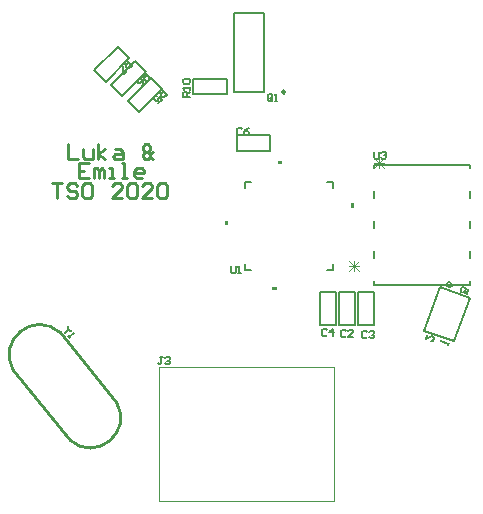
<source format=gto>
G04*
G04 #@! TF.GenerationSoftware,Altium Limited,Altium Designer,20.0.7 (75)*
G04*
G04 Layer_Color=65535*
%FSLAX44Y44*%
%MOMM*%
G71*
G01*
G75*
%ADD10C,0.2500*%
%ADD11C,0.2540*%
%ADD12C,0.2000*%
%ADD13C,0.1000*%
%ADD14C,0.1270*%
%ADD15C,0.1524*%
%ADD16C,0.0762*%
G36*
X25595Y-29070D02*
X29405D01*
Y-31610D01*
X25595D01*
Y-29070D01*
D02*
G37*
G36*
X-12070Y23595D02*
X-14610D01*
Y27405D01*
X-12070D01*
Y23595D01*
D02*
G37*
G36*
X30595Y75070D02*
X34405D01*
Y77610D01*
X30595D01*
Y75070D01*
D02*
G37*
G36*
X92070Y38595D02*
X94610D01*
Y42405D01*
X92070D01*
Y38595D01*
D02*
G37*
D10*
X36750Y136500D02*
G03*
X36750Y136500I-1250J0D01*
G01*
D11*
X-145470Y-158349D02*
G03*
X-105991Y-126379I17138J19198D01*
G01*
X-154124Y-66940D02*
G03*
X-193603Y-98909I-17002J-19366D01*
G01*
X-193697Y-98793D02*
X-145743Y-158012D01*
X-154218Y-66824D02*
X-106264Y-126042D01*
X-129300Y76236D02*
X-137764D01*
Y63540D01*
X-129300D01*
X-137764Y69888D02*
X-133532D01*
X-125068Y63540D02*
Y72004D01*
X-122952D01*
X-120836Y69888D01*
Y63540D01*
Y69888D01*
X-118720Y72004D01*
X-116604Y69888D01*
Y63540D01*
X-112372D02*
X-108140D01*
X-110256D01*
Y72004D01*
X-112372D01*
X-101792Y63540D02*
X-97561D01*
X-99677D01*
Y76236D01*
X-101792D01*
X-84865Y63540D02*
X-89096D01*
X-91213Y65656D01*
Y69888D01*
X-89096Y72004D01*
X-84865D01*
X-82749Y69888D01*
Y67772D01*
X-91213D01*
X-160460Y59236D02*
X-151996D01*
X-156228D01*
Y46540D01*
X-139300Y57120D02*
X-141416Y59236D01*
X-145648D01*
X-147764Y57120D01*
Y55004D01*
X-145648Y52888D01*
X-141416D01*
X-139300Y50772D01*
Y48656D01*
X-141416Y46540D01*
X-145648D01*
X-147764Y48656D01*
X-128720Y59236D02*
X-132952D01*
X-135068Y57120D01*
Y48656D01*
X-132952Y46540D01*
X-128720D01*
X-126604Y48656D01*
Y57120D01*
X-128720Y59236D01*
X-101213Y46540D02*
X-109677D01*
X-101213Y55004D01*
Y57120D01*
X-103329Y59236D01*
X-107561D01*
X-109677Y57120D01*
X-96981D02*
X-94865Y59236D01*
X-90633D01*
X-88517Y57120D01*
Y48656D01*
X-90633Y46540D01*
X-94865D01*
X-96981Y48656D01*
Y57120D01*
X-75821Y46540D02*
X-84285D01*
X-75821Y55004D01*
Y57120D01*
X-77937Y59236D01*
X-82169D01*
X-84285Y57120D01*
X-71589D02*
X-69473Y59236D01*
X-65241D01*
X-63125Y57120D01*
Y48656D01*
X-65241Y46540D01*
X-69473D01*
X-71589Y48656D01*
Y57120D01*
X-147460Y92236D02*
Y79540D01*
X-138996D01*
X-134764Y88004D02*
Y81656D01*
X-132648Y79540D01*
X-126300D01*
Y88004D01*
X-122068Y79540D02*
Y92236D01*
Y83772D02*
X-115720Y88004D01*
X-122068Y83772D02*
X-115720Y79540D01*
X-107256Y88004D02*
X-103024D01*
X-100908Y85888D01*
Y79540D01*
X-107256D01*
X-109372Y81656D01*
X-107256Y83772D01*
X-100908D01*
X-75517Y79540D02*
X-77633Y81656D01*
X-79749Y79540D01*
X-81865D01*
X-83981Y81656D01*
Y83772D01*
X-81865Y85888D01*
X-83981Y88004D01*
Y90120D01*
X-81865Y92236D01*
X-79749D01*
X-77633Y90120D01*
Y88004D01*
X-79749Y85888D01*
X-77633Y83772D01*
Y81656D01*
X-75517Y85888D02*
X-77633Y83772D01*
X-81865Y85888D02*
X-79749D01*
D12*
X19000Y136500D02*
Y203500D01*
X-7000Y136500D02*
Y203500D01*
Y136500D02*
X19000D01*
X-7000Y203500D02*
X19000D01*
X26000Y130001D02*
Y133999D01*
X25000Y134999D01*
X23001D01*
X22001Y133999D01*
Y130001D01*
X23001Y129001D01*
X25000D01*
X24001Y131000D02*
X26000Y129001D01*
X25000D02*
X26000Y130001D01*
X27999Y129001D02*
X29999D01*
X28999D01*
Y134999D01*
X27999Y133999D01*
X-146186Y-62005D02*
X-146963Y-62634D01*
X-147258Y-65446D01*
X-144446Y-65742D01*
X-143669Y-65113D01*
X-147258Y-65446D02*
X-149589Y-67334D01*
X-147072Y-70441D02*
X-145814Y-71995D01*
X-146443Y-71218D01*
X-141782Y-67443D01*
X-143188Y-67296D01*
X-67000Y-88001D02*
X-68999D01*
X-67999D01*
Y-92999D01*
X-68999Y-93999D01*
X-69999D01*
X-70998Y-92999D01*
X-65000Y-89001D02*
X-64001Y-88001D01*
X-62001D01*
X-61002Y-89001D01*
Y-90000D01*
X-62001Y-91000D01*
X-63001D01*
X-62001D01*
X-61002Y-92000D01*
Y-92999D01*
X-62001Y-93999D01*
X-64001D01*
X-65000Y-92999D01*
X112002Y85999D02*
Y81001D01*
X113001Y80001D01*
X115001D01*
X116000Y81001D01*
Y85999D01*
X118000Y84999D02*
X118999Y85999D01*
X120999D01*
X121998Y84999D01*
Y84000D01*
X120999Y83000D01*
X119999D01*
X120999D01*
X121998Y82000D01*
Y81001D01*
X120999Y80001D01*
X118999D01*
X118000Y81001D01*
X72000Y-65001D02*
X71001Y-64001D01*
X69001D01*
X68002Y-65001D01*
Y-68999D01*
X69001Y-69999D01*
X71001D01*
X72000Y-68999D01*
X76999Y-69999D02*
Y-64001D01*
X74000Y-67000D01*
X77998D01*
X106000Y-67001D02*
X105001Y-66001D01*
X103001D01*
X102002Y-67001D01*
Y-70999D01*
X103001Y-71999D01*
X105001D01*
X106000Y-70999D01*
X108000Y-67001D02*
X108999Y-66001D01*
X110999D01*
X111998Y-67001D01*
Y-68000D01*
X110999Y-69000D01*
X109999D01*
X110999D01*
X111998Y-70000D01*
Y-70999D01*
X110999Y-71999D01*
X108999D01*
X108000Y-70999D01*
X88000Y-66001D02*
X87001Y-65001D01*
X85001D01*
X84002Y-66001D01*
Y-69999D01*
X85001Y-70999D01*
X87001D01*
X88000Y-69999D01*
X93998Y-70999D02*
X90000D01*
X93998Y-67000D01*
Y-66001D01*
X92999Y-65001D01*
X90999D01*
X90000Y-66001D01*
X-8999Y-11001D02*
Y-15999D01*
X-7999Y-16999D01*
X-6000D01*
X-5000Y-15999D01*
Y-11001D01*
X-3001Y-16999D02*
X-1001D01*
X-2001D01*
Y-11001D01*
X-3001Y-12001D01*
X-44001Y132502D02*
X-49999D01*
Y135501D01*
X-48999Y136501D01*
X-47000D01*
X-46000Y135501D01*
Y132502D01*
Y134502D02*
X-44001Y136501D01*
Y138500D02*
Y140500D01*
Y139500D01*
X-49999D01*
X-48999Y138500D01*
Y143499D02*
X-49999Y144499D01*
Y146498D01*
X-48999Y147498D01*
X-45001D01*
X-44001Y146498D01*
Y144499D01*
X-45001Y143499D01*
X-48999D01*
X-97273Y162827D02*
X-93031Y158585D01*
X-95152Y156465D01*
X-96566Y156465D01*
X-97979Y157878D01*
Y159292D01*
X-95859Y161413D01*
X-97273Y159999D02*
X-100100Y159999D01*
X-97273Y154344D02*
X-100100Y151517D01*
X-100807Y152223D01*
Y157878D01*
X-101514Y158585D01*
X-81858Y152241D02*
X-77617Y147999D01*
X-79738Y145879D01*
X-81152Y145879D01*
X-82565Y147293D01*
Y148706D01*
X-80445Y150827D01*
X-81858Y149413D02*
X-84686Y149413D01*
Y140931D02*
X-83979Y143051D01*
Y145879D01*
X-85393Y147293D01*
X-86806D01*
X-88220Y145879D01*
Y144465D01*
X-87513Y143758D01*
X-86100D01*
X-83979Y145879D01*
X-67858Y138241D02*
X-63617Y134000D01*
X-65738Y131879D01*
X-67151Y131879D01*
X-68565Y133293D01*
Y134706D01*
X-66445Y136827D01*
X-67858Y135413D02*
X-70686Y135413D01*
Y126931D02*
X-67858Y129758D01*
X-69979Y131879D01*
X-70686Y129758D01*
X-71393Y129051D01*
X-72807D01*
X-74220Y130465D01*
Y131879D01*
X-72807Y133293D01*
X-71393D01*
X0Y104999D02*
X-999Y105999D01*
X-2999D01*
X-3998Y104999D01*
Y101001D01*
X-2999Y100001D01*
X-999D01*
X0Y101001D01*
X5998Y105999D02*
X3999Y104999D01*
X2000Y103000D01*
Y101001D01*
X2999Y100001D01*
X4999D01*
X5998Y101001D01*
Y102000D01*
X4999Y103000D01*
X2000D01*
D13*
X78500Y-210000D02*
Y-96000D01*
X-70500D02*
X78500D01*
X-70500Y-210000D02*
Y-96000D01*
Y-210000D02*
X78500D01*
D14*
X179487Y-74821D02*
X192953Y-37825D01*
X167891Y-28704D02*
X192953Y-37825D01*
X154426Y-65699D02*
X167891Y-28704D01*
X154426Y-65699D02*
X179487Y-74821D01*
X66300Y-61100D02*
X79600D01*
Y-32800D01*
X66300D02*
X79600D01*
X66300Y-61100D02*
Y-32800D01*
X98300Y-61100D02*
X111600D01*
Y-32800D01*
X98300D02*
X111600D01*
X98300Y-61100D02*
Y-32800D01*
X82300Y-61100D02*
X95600D01*
Y-32800D01*
X82300D02*
X95600D01*
X82300Y-61100D02*
Y-32800D01*
X-41100Y147700D02*
X-12800D01*
Y134400D02*
Y147700D01*
X-41100Y134400D02*
X-12800D01*
X-41100D02*
Y147700D01*
X-115303Y145222D02*
X-95292Y165233D01*
X-124708Y154626D02*
X-115303Y145222D01*
X-124708Y154626D02*
X-104697Y174637D01*
X-95292Y165233D01*
X-101303Y133222D02*
X-81292Y153233D01*
X-110708Y142626D02*
X-101303Y133222D01*
X-110708Y142626D02*
X-90697Y162637D01*
X-81292Y153233D01*
X-87303Y119222D02*
X-67292Y139233D01*
X-96708Y128626D02*
X-87303Y119222D01*
X-96708Y128626D02*
X-76697Y148637D01*
X-67292Y139233D01*
X-4200Y86300D02*
X24100D01*
X-4200D02*
Y99600D01*
X24100D01*
Y86300D02*
Y99600D01*
X175372Y-75759D02*
X174574Y-77951D01*
X174973Y-76855D01*
X168398Y-74462D01*
X169892Y-73765D01*
X157202Y-69212D02*
X155834Y-72969D01*
X160960Y-70579D01*
X161899Y-70921D01*
X162496Y-72203D01*
X161813Y-74081D01*
X160531Y-74679D01*
X179941Y-26131D02*
X178318Y-27668D01*
X175755Y-28863D01*
X173876Y-28179D01*
X173279Y-26898D01*
X173963Y-25019D01*
X175244Y-24421D01*
X176183Y-24763D01*
X176781Y-26045D01*
X175755Y-28863D01*
X191875Y-30475D02*
X190507Y-34232D01*
X187689Y-33206D01*
X189312Y-31669D01*
X189654Y-30730D01*
X189057Y-29449D01*
X187178Y-28765D01*
X185897Y-29362D01*
X185213Y-31241D01*
X185810Y-32522D01*
D15*
X112260Y-26700D02*
X193540D01*
Y-23601D01*
X112260Y74900D02*
X193540D01*
X112260Y72132D02*
Y74900D01*
Y46401D02*
Y52269D01*
Y21001D02*
Y27199D01*
Y-4399D02*
Y1799D01*
Y-26700D02*
Y-23601D01*
X193540Y-4399D02*
Y1799D01*
Y21001D02*
Y27199D01*
Y46401D02*
Y52599D01*
Y71801D02*
Y74900D01*
X72225Y60338D02*
X77338D01*
X2662Y55224D02*
Y60338D01*
Y-14338D02*
X7776D01*
X77338D02*
Y-9225D01*
Y55224D02*
Y60338D01*
X2662D02*
X7776D01*
X2662Y-14338D02*
Y-9225D01*
X72225Y-14338D02*
X77338D01*
D16*
X111625Y80654D02*
X120089Y72190D01*
X111625D02*
X120089Y80654D01*
X111625Y76422D02*
X120089D01*
X115857Y72190D02*
Y80654D01*
X99055Y-15040D02*
X90591Y-6576D01*
X99055D02*
X90591Y-15040D01*
X99055Y-10808D02*
X90591D01*
X94823Y-6576D02*
Y-15040D01*
M02*

</source>
